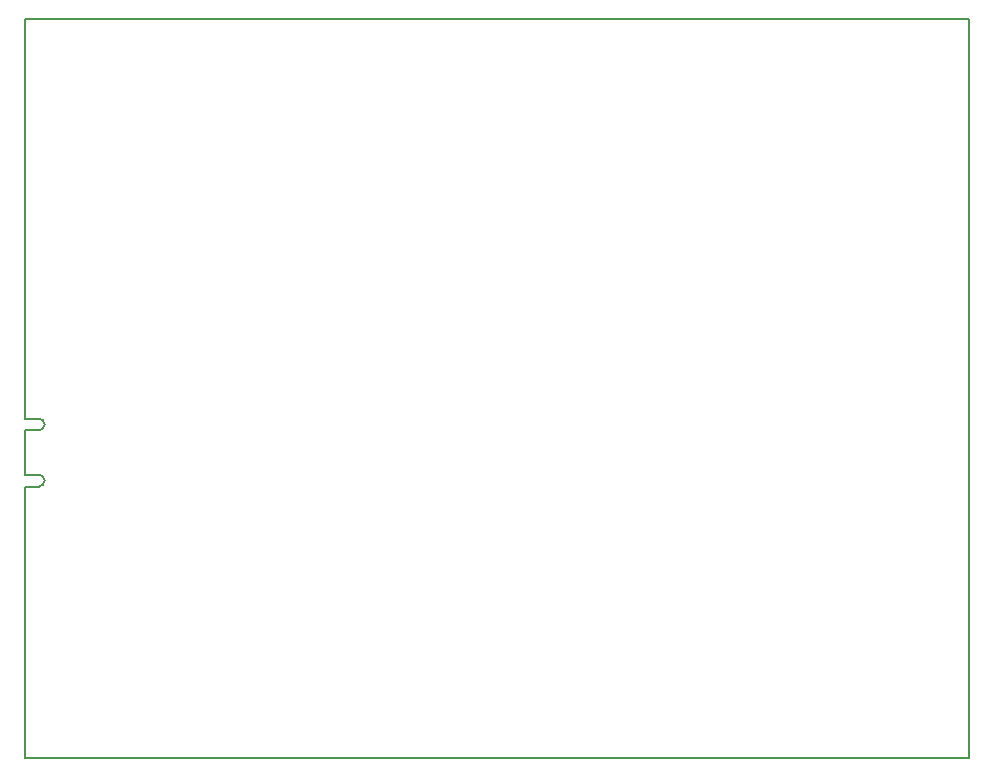
<source format=gbr>
G04 start of page 6 for group 4 idx 8 *
G04 Title: (unknown), outline *
G04 Creator: pcb 1.99z *
G04 CreationDate: Tue 11 Sep 2012 02:04:04 GMT UTC *
G04 For: ralph *
G04 Format: Gerber/RS-274X *
G04 PCB-Dimensions (mm): 80.00 62.50 *
G04 PCB-Coordinate-Origin: lower left *
%MOMM*%
%FSLAX43Y43*%
%LNOUTLINE*%
%ADD154C,0.150*%
G54D154*X80000Y0D02*X0D01*
Y62500D02*X80000D01*
Y0D01*
X0Y28710D02*Y62500D01*
Y0D02*Y22950D01*
X1200Y28710D02*X0D01*
X1200Y27710D02*X0D01*
Y23950D01*
X1200D02*X0D01*
X1200Y22950D02*X0D01*
X1200Y28710D02*G75*G02X1700Y28210I0J-500D01*G01*
G75*G02X1200Y27710I-500J0D01*G01*
X1700Y23450D02*G75*G02X1200Y22950I-500J0D01*G01*
X1700Y23450D02*G75*G03X1200Y23950I-500J0D01*G01*
M02*

</source>
